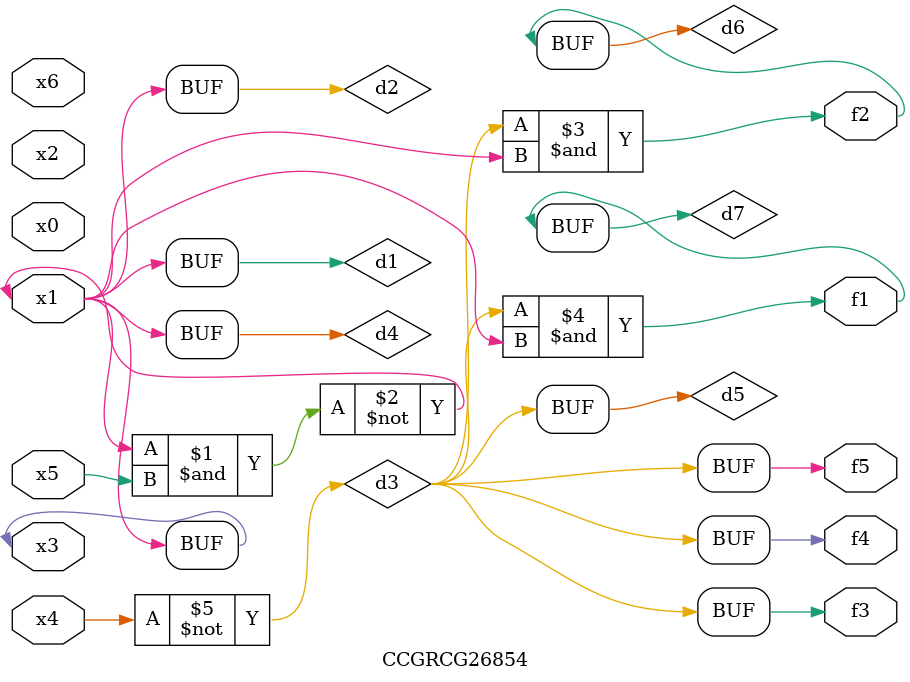
<source format=v>
module CCGRCG26854(
	input x0, x1, x2, x3, x4, x5, x6,
	output f1, f2, f3, f4, f5
);

	wire d1, d2, d3, d4, d5, d6, d7;

	buf (d1, x1, x3);
	nand (d2, x1, x5);
	not (d3, x4);
	buf (d4, d1, d2);
	buf (d5, d3);
	and (d6, d3, d4);
	and (d7, d3, d4);
	assign f1 = d7;
	assign f2 = d6;
	assign f3 = d5;
	assign f4 = d5;
	assign f5 = d5;
endmodule

</source>
